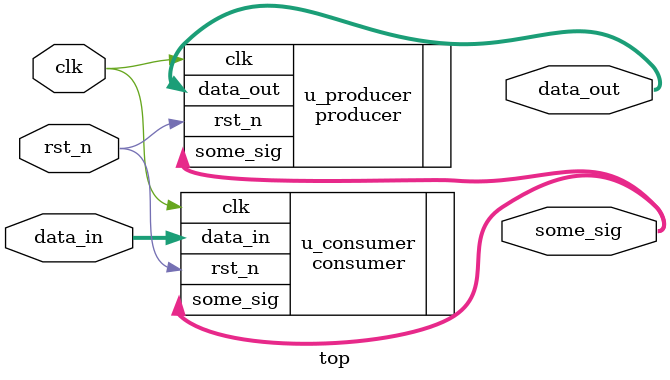
<source format=sv>
module top(
output logic [2:0] some_sig,
/*AUTOPORTS*/
output logic [7:0] data_out,
input logic [7:0] data_in,
input logic rst_n,
input logic clk
);
    /*AUTOWIRE*/

    // Producer drives some_sig
    producer u_producer (/*AUTOINST*/
        // Outputs
        .some_sig (some_sig),
        .data_out (data_out),
        // Inputs
        .clk      (clk),
        .rst_n    (rst_n)
    );

    // Consumer receives some_sig - this makes it "internal" from aggregator's view
    // but user explicitly declared it as a port, so it should remain a port
    consumer u_consumer (/*AUTOINST*/
        // Inputs
        .clk      (clk),
        .rst_n    (rst_n),
        .some_sig (some_sig),
        .data_in  (data_in)
    );
endmodule

</source>
